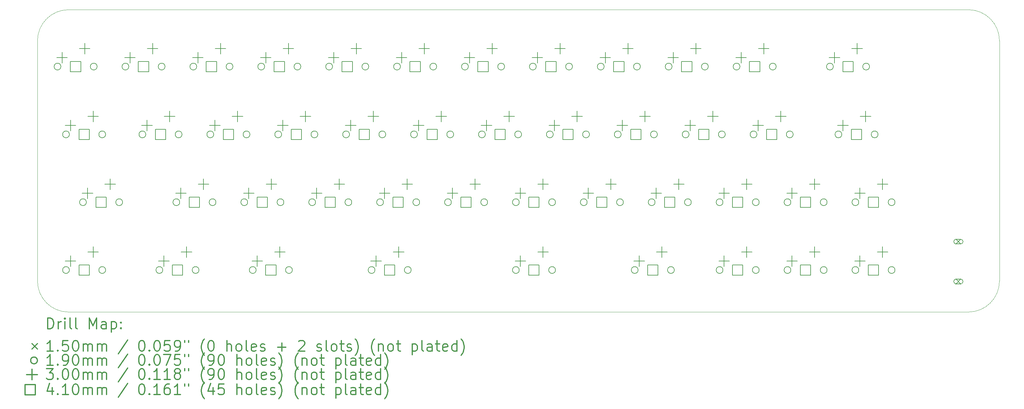
<source format=gbr>
%FSLAX45Y45*%
G04 Gerber Fmt 4.5, Leading zero omitted, Abs format (unit mm)*
G04 Created by KiCad (PCBNEW (5.1.5)-3) date 2021-08-08 16:52:43*
%MOMM*%
%LPD*%
G04 APERTURE LIST*
%TA.AperFunction,Profile*%
%ADD10C,0.050000*%
%TD*%
%ADD11C,0.200000*%
%ADD12C,0.300000*%
G04 APERTURE END LIST*
D10*
X5000625Y-1984375D02*
X2222500Y-1984375D01*
X14208125Y-1984375D02*
X5000625Y-1984375D01*
X19764375Y-1984375D02*
X14208125Y-1984375D01*
X24209375Y-1984375D02*
X19764375Y-1984375D01*
X27463750Y-1984375D02*
X24209375Y-1984375D01*
X1349375Y-2857500D02*
G75*
G02X2222500Y-1984375I873125J0D01*
G01*
X27463750Y-1984375D02*
G75*
G02X28336875Y-2857500I0J-873125D01*
G01*
X28336875Y-9604375D02*
X28336875Y-2857500D01*
X1349375Y-9604375D02*
X1349375Y-2857500D01*
X2222500Y-10477500D02*
X27463750Y-10477500D01*
X2222500Y-10477500D02*
G75*
G02X1349375Y-9604375I0J873125D01*
G01*
X28336875Y-9604375D02*
G75*
G02X27463750Y-10477500I-873125J0D01*
G01*
D11*
X27109350Y-8423275D02*
X27259350Y-8573275D01*
X27259350Y-8423275D02*
X27109350Y-8573275D01*
X27119350Y-8563275D02*
X27249350Y-8563275D01*
X27119350Y-8433275D02*
X27249350Y-8433275D01*
X27249350Y-8563275D02*
G75*
G03X27249350Y-8433275I0J65000D01*
G01*
X27119350Y-8433275D02*
G75*
G03X27119350Y-8563275I0J-65000D01*
G01*
X27109350Y-9543275D02*
X27259350Y-9693275D01*
X27259350Y-9543275D02*
X27109350Y-9693275D01*
X27119350Y-9683275D02*
X27249350Y-9683275D01*
X27119350Y-9553275D02*
X27249350Y-9553275D01*
X27249350Y-9683275D02*
G75*
G03X27249350Y-9553275I0J65000D01*
G01*
X27119350Y-9553275D02*
G75*
G03X27119350Y-9683275I0J-65000D01*
G01*
X8197600Y-5486400D02*
G75*
G03X8197600Y-5486400I-95000J0D01*
G01*
X9213600Y-5486400D02*
G75*
G03X9213600Y-5486400I-95000J0D01*
G01*
X10102600Y-5486400D02*
G75*
G03X10102600Y-5486400I-95000J0D01*
G01*
X11118600Y-5486400D02*
G75*
G03X11118600Y-5486400I-95000J0D01*
G01*
X4863850Y-9296400D02*
G75*
G03X4863850Y-9296400I-95000J0D01*
G01*
X5879850Y-9296400D02*
G75*
G03X5879850Y-9296400I-95000J0D01*
G01*
X18675100Y-7391400D02*
G75*
G03X18675100Y-7391400I-95000J0D01*
G01*
X19691100Y-7391400D02*
G75*
G03X19691100Y-7391400I-95000J0D01*
G01*
X13912600Y-5486400D02*
G75*
G03X13912600Y-5486400I-95000J0D01*
G01*
X14928600Y-5486400D02*
G75*
G03X14928600Y-5486400I-95000J0D01*
G01*
X13436350Y-3581400D02*
G75*
G03X13436350Y-3581400I-95000J0D01*
G01*
X14452350Y-3581400D02*
G75*
G03X14452350Y-3581400I-95000J0D01*
G01*
X9150100Y-7391400D02*
G75*
G03X9150100Y-7391400I-95000J0D01*
G01*
X10166100Y-7391400D02*
G75*
G03X10166100Y-7391400I-95000J0D01*
G01*
X18198850Y-9296400D02*
G75*
G03X18198850Y-9296400I-95000J0D01*
G01*
X19214850Y-9296400D02*
G75*
G03X19214850Y-9296400I-95000J0D01*
G01*
X21532600Y-5486400D02*
G75*
G03X21532600Y-5486400I-95000J0D01*
G01*
X22548600Y-5486400D02*
G75*
G03X22548600Y-5486400I-95000J0D01*
G01*
X14865100Y-7391400D02*
G75*
G03X14865100Y-7391400I-95000J0D01*
G01*
X15881100Y-7391400D02*
G75*
G03X15881100Y-7391400I-95000J0D01*
G01*
X12007600Y-5486400D02*
G75*
G03X12007600Y-5486400I-95000J0D01*
G01*
X13023600Y-5486400D02*
G75*
G03X13023600Y-5486400I-95000J0D01*
G01*
X15341350Y-3581400D02*
G75*
G03X15341350Y-3581400I-95000J0D01*
G01*
X16357350Y-3581400D02*
G75*
G03X16357350Y-3581400I-95000J0D01*
G01*
X2244475Y-5486400D02*
G75*
G03X2244475Y-5486400I-95000J0D01*
G01*
X3260475Y-5486400D02*
G75*
G03X3260475Y-5486400I-95000J0D01*
G01*
X3911350Y-3581400D02*
G75*
G03X3911350Y-3581400I-95000J0D01*
G01*
X4927350Y-3581400D02*
G75*
G03X4927350Y-3581400I-95000J0D01*
G01*
X24390100Y-7391400D02*
G75*
G03X24390100Y-7391400I-95000J0D01*
G01*
X25406100Y-7391400D02*
G75*
G03X25406100Y-7391400I-95000J0D01*
G01*
X16770100Y-7391400D02*
G75*
G03X16770100Y-7391400I-95000J0D01*
G01*
X17786100Y-7391400D02*
G75*
G03X17786100Y-7391400I-95000J0D01*
G01*
X19151350Y-3581400D02*
G75*
G03X19151350Y-3581400I-95000J0D01*
G01*
X20167350Y-3581400D02*
G75*
G03X20167350Y-3581400I-95000J0D01*
G01*
X19627600Y-5486400D02*
G75*
G03X19627600Y-5486400I-95000J0D01*
G01*
X20643600Y-5486400D02*
G75*
G03X20643600Y-5486400I-95000J0D01*
G01*
X5340100Y-7391400D02*
G75*
G03X5340100Y-7391400I-95000J0D01*
G01*
X6356100Y-7391400D02*
G75*
G03X6356100Y-7391400I-95000J0D01*
G01*
X23913850Y-5486400D02*
G75*
G03X23913850Y-5486400I-95000J0D01*
G01*
X24929850Y-5486400D02*
G75*
G03X24929850Y-5486400I-95000J0D01*
G01*
X22485100Y-7391400D02*
G75*
G03X22485100Y-7391400I-95000J0D01*
G01*
X23501100Y-7391400D02*
G75*
G03X23501100Y-7391400I-95000J0D01*
G01*
X17722600Y-5486400D02*
G75*
G03X17722600Y-5486400I-95000J0D01*
G01*
X18738600Y-5486400D02*
G75*
G03X18738600Y-5486400I-95000J0D01*
G01*
X20580100Y-9296400D02*
G75*
G03X20580100Y-9296400I-95000J0D01*
G01*
X21596100Y-9296400D02*
G75*
G03X21596100Y-9296400I-95000J0D01*
G01*
X20580100Y-7391400D02*
G75*
G03X20580100Y-7391400I-95000J0D01*
G01*
X21596100Y-7391400D02*
G75*
G03X21596100Y-7391400I-95000J0D01*
G01*
X6292600Y-5486400D02*
G75*
G03X6292600Y-5486400I-95000J0D01*
G01*
X7308600Y-5486400D02*
G75*
G03X7308600Y-5486400I-95000J0D01*
G01*
X7245100Y-7391400D02*
G75*
G03X7245100Y-7391400I-95000J0D01*
G01*
X8261100Y-7391400D02*
G75*
G03X8261100Y-7391400I-95000J0D01*
G01*
X23675725Y-3581400D02*
G75*
G03X23675725Y-3581400I-95000J0D01*
G01*
X24691725Y-3581400D02*
G75*
G03X24691725Y-3581400I-95000J0D01*
G01*
X14865100Y-9296400D02*
G75*
G03X14865100Y-9296400I-95000J0D01*
G01*
X15881100Y-9296400D02*
G75*
G03X15881100Y-9296400I-95000J0D01*
G01*
X22485100Y-9296400D02*
G75*
G03X22485100Y-9296400I-95000J0D01*
G01*
X23501100Y-9296400D02*
G75*
G03X23501100Y-9296400I-95000J0D01*
G01*
X24390100Y-9296400D02*
G75*
G03X24390100Y-9296400I-95000J0D01*
G01*
X25406100Y-9296400D02*
G75*
G03X25406100Y-9296400I-95000J0D01*
G01*
X17246350Y-3581400D02*
G75*
G03X17246350Y-3581400I-95000J0D01*
G01*
X18262350Y-3581400D02*
G75*
G03X18262350Y-3581400I-95000J0D01*
G01*
X21056350Y-3581400D02*
G75*
G03X21056350Y-3581400I-95000J0D01*
G01*
X22072350Y-3581400D02*
G75*
G03X22072350Y-3581400I-95000J0D01*
G01*
X9626350Y-3581400D02*
G75*
G03X9626350Y-3581400I-95000J0D01*
G01*
X10642350Y-3581400D02*
G75*
G03X10642350Y-3581400I-95000J0D01*
G01*
X2006350Y-3581400D02*
G75*
G03X2006350Y-3581400I-95000J0D01*
G01*
X3022350Y-3581400D02*
G75*
G03X3022350Y-3581400I-95000J0D01*
G01*
X5816350Y-3581400D02*
G75*
G03X5816350Y-3581400I-95000J0D01*
G01*
X6832350Y-3581400D02*
G75*
G03X6832350Y-3581400I-95000J0D01*
G01*
X10816975Y-9296400D02*
G75*
G03X10816975Y-9296400I-95000J0D01*
G01*
X11832975Y-9296400D02*
G75*
G03X11832975Y-9296400I-95000J0D01*
G01*
X7483225Y-9296400D02*
G75*
G03X7483225Y-9296400I-95000J0D01*
G01*
X8499225Y-9296400D02*
G75*
G03X8499225Y-9296400I-95000J0D01*
G01*
X11055100Y-7391400D02*
G75*
G03X11055100Y-7391400I-95000J0D01*
G01*
X12071100Y-7391400D02*
G75*
G03X12071100Y-7391400I-95000J0D01*
G01*
X12960100Y-7391400D02*
G75*
G03X12960100Y-7391400I-95000J0D01*
G01*
X13976100Y-7391400D02*
G75*
G03X13976100Y-7391400I-95000J0D01*
G01*
X4387600Y-5486400D02*
G75*
G03X4387600Y-5486400I-95000J0D01*
G01*
X5403600Y-5486400D02*
G75*
G03X5403600Y-5486400I-95000J0D01*
G01*
X7721350Y-3581400D02*
G75*
G03X7721350Y-3581400I-95000J0D01*
G01*
X8737350Y-3581400D02*
G75*
G03X8737350Y-3581400I-95000J0D01*
G01*
X2244475Y-9296400D02*
G75*
G03X2244475Y-9296400I-95000J0D01*
G01*
X3260475Y-9296400D02*
G75*
G03X3260475Y-9296400I-95000J0D01*
G01*
X11531350Y-3581400D02*
G75*
G03X11531350Y-3581400I-95000J0D01*
G01*
X12547350Y-3581400D02*
G75*
G03X12547350Y-3581400I-95000J0D01*
G01*
X15817600Y-5486400D02*
G75*
G03X15817600Y-5486400I-95000J0D01*
G01*
X16833600Y-5486400D02*
G75*
G03X16833600Y-5486400I-95000J0D01*
G01*
X2720725Y-7391400D02*
G75*
G03X2720725Y-7391400I-95000J0D01*
G01*
X3736725Y-7391400D02*
G75*
G03X3736725Y-7391400I-95000J0D01*
G01*
X18230850Y-8892400D02*
X18230850Y-9192400D01*
X18080850Y-9042400D02*
X18380850Y-9042400D01*
X18865850Y-8638400D02*
X18865850Y-8938400D01*
X18715850Y-8788400D02*
X19015850Y-8788400D01*
X21564600Y-5082400D02*
X21564600Y-5382400D01*
X21414600Y-5232400D02*
X21714600Y-5232400D01*
X22199600Y-4828400D02*
X22199600Y-5128400D01*
X22049600Y-4978400D02*
X22349600Y-4978400D01*
X14897100Y-6987400D02*
X14897100Y-7287400D01*
X14747100Y-7137400D02*
X15047100Y-7137400D01*
X15532100Y-6733400D02*
X15532100Y-7033400D01*
X15382100Y-6883400D02*
X15682100Y-6883400D01*
X12039600Y-5082400D02*
X12039600Y-5382400D01*
X11889600Y-5232400D02*
X12189600Y-5232400D01*
X12674600Y-4828400D02*
X12674600Y-5128400D01*
X12524600Y-4978400D02*
X12824600Y-4978400D01*
X15373350Y-3177400D02*
X15373350Y-3477400D01*
X15223350Y-3327400D02*
X15523350Y-3327400D01*
X16008350Y-2923400D02*
X16008350Y-3223400D01*
X15858350Y-3073400D02*
X16158350Y-3073400D01*
X2276475Y-5082400D02*
X2276475Y-5382400D01*
X2126475Y-5232400D02*
X2426475Y-5232400D01*
X2911475Y-4828400D02*
X2911475Y-5128400D01*
X2761475Y-4978400D02*
X3061475Y-4978400D01*
X3943350Y-3177400D02*
X3943350Y-3477400D01*
X3793350Y-3327400D02*
X4093350Y-3327400D01*
X4578350Y-2923400D02*
X4578350Y-3223400D01*
X4428350Y-3073400D02*
X4728350Y-3073400D01*
X24422100Y-6987400D02*
X24422100Y-7287400D01*
X24272100Y-7137400D02*
X24572100Y-7137400D01*
X25057100Y-6733400D02*
X25057100Y-7033400D01*
X24907100Y-6883400D02*
X25207100Y-6883400D01*
X16802100Y-6987400D02*
X16802100Y-7287400D01*
X16652100Y-7137400D02*
X16952100Y-7137400D01*
X17437100Y-6733400D02*
X17437100Y-7033400D01*
X17287100Y-6883400D02*
X17587100Y-6883400D01*
X19183350Y-3177400D02*
X19183350Y-3477400D01*
X19033350Y-3327400D02*
X19333350Y-3327400D01*
X19818350Y-2923400D02*
X19818350Y-3223400D01*
X19668350Y-3073400D02*
X19968350Y-3073400D01*
X19659600Y-5082400D02*
X19659600Y-5382400D01*
X19509600Y-5232400D02*
X19809600Y-5232400D01*
X20294600Y-4828400D02*
X20294600Y-5128400D01*
X20144600Y-4978400D02*
X20444600Y-4978400D01*
X5372100Y-6987400D02*
X5372100Y-7287400D01*
X5222100Y-7137400D02*
X5522100Y-7137400D01*
X6007100Y-6733400D02*
X6007100Y-7033400D01*
X5857100Y-6883400D02*
X6157100Y-6883400D01*
X23945850Y-5082400D02*
X23945850Y-5382400D01*
X23795850Y-5232400D02*
X24095850Y-5232400D01*
X24580850Y-4828400D02*
X24580850Y-5128400D01*
X24430850Y-4978400D02*
X24730850Y-4978400D01*
X22517100Y-6987400D02*
X22517100Y-7287400D01*
X22367100Y-7137400D02*
X22667100Y-7137400D01*
X23152100Y-6733400D02*
X23152100Y-7033400D01*
X23002100Y-6883400D02*
X23302100Y-6883400D01*
X17754600Y-5082400D02*
X17754600Y-5382400D01*
X17604600Y-5232400D02*
X17904600Y-5232400D01*
X18389600Y-4828400D02*
X18389600Y-5128400D01*
X18239600Y-4978400D02*
X18539600Y-4978400D01*
X20612100Y-8892400D02*
X20612100Y-9192400D01*
X20462100Y-9042400D02*
X20762100Y-9042400D01*
X21247100Y-8638400D02*
X21247100Y-8938400D01*
X21097100Y-8788400D02*
X21397100Y-8788400D01*
X20612100Y-6987400D02*
X20612100Y-7287400D01*
X20462100Y-7137400D02*
X20762100Y-7137400D01*
X21247100Y-6733400D02*
X21247100Y-7033400D01*
X21097100Y-6883400D02*
X21397100Y-6883400D01*
X6324600Y-5082400D02*
X6324600Y-5382400D01*
X6174600Y-5232400D02*
X6474600Y-5232400D01*
X6959600Y-4828400D02*
X6959600Y-5128400D01*
X6809600Y-4978400D02*
X7109600Y-4978400D01*
X7277100Y-6987400D02*
X7277100Y-7287400D01*
X7127100Y-7137400D02*
X7427100Y-7137400D01*
X7912100Y-6733400D02*
X7912100Y-7033400D01*
X7762100Y-6883400D02*
X8062100Y-6883400D01*
X23707725Y-3177400D02*
X23707725Y-3477400D01*
X23557725Y-3327400D02*
X23857725Y-3327400D01*
X24342725Y-2923400D02*
X24342725Y-3223400D01*
X24192725Y-3073400D02*
X24492725Y-3073400D01*
X14897100Y-8892400D02*
X14897100Y-9192400D01*
X14747100Y-9042400D02*
X15047100Y-9042400D01*
X15532100Y-8638400D02*
X15532100Y-8938400D01*
X15382100Y-8788400D02*
X15682100Y-8788400D01*
X22517100Y-8892400D02*
X22517100Y-9192400D01*
X22367100Y-9042400D02*
X22667100Y-9042400D01*
X23152100Y-8638400D02*
X23152100Y-8938400D01*
X23002100Y-8788400D02*
X23302100Y-8788400D01*
X24422100Y-8892400D02*
X24422100Y-9192400D01*
X24272100Y-9042400D02*
X24572100Y-9042400D01*
X25057100Y-8638400D02*
X25057100Y-8938400D01*
X24907100Y-8788400D02*
X25207100Y-8788400D01*
X17278350Y-3177400D02*
X17278350Y-3477400D01*
X17128350Y-3327400D02*
X17428350Y-3327400D01*
X17913350Y-2923400D02*
X17913350Y-3223400D01*
X17763350Y-3073400D02*
X18063350Y-3073400D01*
X21088350Y-3177400D02*
X21088350Y-3477400D01*
X20938350Y-3327400D02*
X21238350Y-3327400D01*
X21723350Y-2923400D02*
X21723350Y-3223400D01*
X21573350Y-3073400D02*
X21873350Y-3073400D01*
X9658350Y-3177400D02*
X9658350Y-3477400D01*
X9508350Y-3327400D02*
X9808350Y-3327400D01*
X10293350Y-2923400D02*
X10293350Y-3223400D01*
X10143350Y-3073400D02*
X10443350Y-3073400D01*
X2038350Y-3177400D02*
X2038350Y-3477400D01*
X1888350Y-3327400D02*
X2188350Y-3327400D01*
X2673350Y-2923400D02*
X2673350Y-3223400D01*
X2523350Y-3073400D02*
X2823350Y-3073400D01*
X5848350Y-3177400D02*
X5848350Y-3477400D01*
X5698350Y-3327400D02*
X5998350Y-3327400D01*
X6483350Y-2923400D02*
X6483350Y-3223400D01*
X6333350Y-3073400D02*
X6633350Y-3073400D01*
X10848975Y-8892400D02*
X10848975Y-9192400D01*
X10698975Y-9042400D02*
X10998975Y-9042400D01*
X11483975Y-8638400D02*
X11483975Y-8938400D01*
X11333975Y-8788400D02*
X11633975Y-8788400D01*
X7515225Y-8892400D02*
X7515225Y-9192400D01*
X7365225Y-9042400D02*
X7665225Y-9042400D01*
X8150225Y-8638400D02*
X8150225Y-8938400D01*
X8000225Y-8788400D02*
X8300225Y-8788400D01*
X11087100Y-6987400D02*
X11087100Y-7287400D01*
X10937100Y-7137400D02*
X11237100Y-7137400D01*
X11722100Y-6733400D02*
X11722100Y-7033400D01*
X11572100Y-6883400D02*
X11872100Y-6883400D01*
X12992100Y-6987400D02*
X12992100Y-7287400D01*
X12842100Y-7137400D02*
X13142100Y-7137400D01*
X13627100Y-6733400D02*
X13627100Y-7033400D01*
X13477100Y-6883400D02*
X13777100Y-6883400D01*
X4419600Y-5082400D02*
X4419600Y-5382400D01*
X4269600Y-5232400D02*
X4569600Y-5232400D01*
X5054600Y-4828400D02*
X5054600Y-5128400D01*
X4904600Y-4978400D02*
X5204600Y-4978400D01*
X7753350Y-3177400D02*
X7753350Y-3477400D01*
X7603350Y-3327400D02*
X7903350Y-3327400D01*
X8388350Y-2923400D02*
X8388350Y-3223400D01*
X8238350Y-3073400D02*
X8538350Y-3073400D01*
X2276475Y-8892400D02*
X2276475Y-9192400D01*
X2126475Y-9042400D02*
X2426475Y-9042400D01*
X2911475Y-8638400D02*
X2911475Y-8938400D01*
X2761475Y-8788400D02*
X3061475Y-8788400D01*
X11563350Y-3177400D02*
X11563350Y-3477400D01*
X11413350Y-3327400D02*
X11713350Y-3327400D01*
X12198350Y-2923400D02*
X12198350Y-3223400D01*
X12048350Y-3073400D02*
X12348350Y-3073400D01*
X15849600Y-5082400D02*
X15849600Y-5382400D01*
X15699600Y-5232400D02*
X15999600Y-5232400D01*
X16484600Y-4828400D02*
X16484600Y-5128400D01*
X16334600Y-4978400D02*
X16634600Y-4978400D01*
X2752725Y-6987400D02*
X2752725Y-7287400D01*
X2602725Y-7137400D02*
X2902725Y-7137400D01*
X3387725Y-6733400D02*
X3387725Y-7033400D01*
X3237725Y-6883400D02*
X3537725Y-6883400D01*
X8229600Y-5082400D02*
X8229600Y-5382400D01*
X8079600Y-5232400D02*
X8379600Y-5232400D01*
X8864600Y-4828400D02*
X8864600Y-5128400D01*
X8714600Y-4978400D02*
X9014600Y-4978400D01*
X10134600Y-5082400D02*
X10134600Y-5382400D01*
X9984600Y-5232400D02*
X10284600Y-5232400D01*
X10769600Y-4828400D02*
X10769600Y-5128400D01*
X10619600Y-4978400D02*
X10919600Y-4978400D01*
X4895850Y-8892400D02*
X4895850Y-9192400D01*
X4745850Y-9042400D02*
X5045850Y-9042400D01*
X5530850Y-8638400D02*
X5530850Y-8938400D01*
X5380850Y-8788400D02*
X5680850Y-8788400D01*
X18707100Y-6987400D02*
X18707100Y-7287400D01*
X18557100Y-7137400D02*
X18857100Y-7137400D01*
X19342100Y-6733400D02*
X19342100Y-7033400D01*
X19192100Y-6883400D02*
X19492100Y-6883400D01*
X13944600Y-5082400D02*
X13944600Y-5382400D01*
X13794600Y-5232400D02*
X14094600Y-5232400D01*
X14579600Y-4828400D02*
X14579600Y-5128400D01*
X14429600Y-4978400D02*
X14729600Y-4978400D01*
X13468350Y-3177400D02*
X13468350Y-3477400D01*
X13318350Y-3327400D02*
X13618350Y-3327400D01*
X14103350Y-2923400D02*
X14103350Y-3223400D01*
X13953350Y-3073400D02*
X14253350Y-3073400D01*
X9182100Y-6987400D02*
X9182100Y-7287400D01*
X9032100Y-7137400D02*
X9332100Y-7137400D01*
X9817100Y-6733400D02*
X9817100Y-7033400D01*
X9667100Y-6883400D02*
X9967100Y-6883400D01*
X15423058Y-7536358D02*
X15423058Y-7246442D01*
X15133142Y-7246442D01*
X15133142Y-7536358D01*
X15423058Y-7536358D01*
X12565558Y-5631358D02*
X12565558Y-5341442D01*
X12275642Y-5341442D01*
X12275642Y-5631358D01*
X12565558Y-5631358D01*
X15899308Y-3726358D02*
X15899308Y-3436442D01*
X15609392Y-3436442D01*
X15609392Y-3726358D01*
X15899308Y-3726358D01*
X2802433Y-5631358D02*
X2802433Y-5341442D01*
X2512517Y-5341442D01*
X2512517Y-5631358D01*
X2802433Y-5631358D01*
X4469308Y-3726358D02*
X4469308Y-3436442D01*
X4179392Y-3436442D01*
X4179392Y-3726358D01*
X4469308Y-3726358D01*
X24948058Y-7536358D02*
X24948058Y-7246442D01*
X24658142Y-7246442D01*
X24658142Y-7536358D01*
X24948058Y-7536358D01*
X17328058Y-7536358D02*
X17328058Y-7246442D01*
X17038142Y-7246442D01*
X17038142Y-7536358D01*
X17328058Y-7536358D01*
X19709308Y-3726358D02*
X19709308Y-3436442D01*
X19419392Y-3436442D01*
X19419392Y-3726358D01*
X19709308Y-3726358D01*
X20185558Y-5631358D02*
X20185558Y-5341442D01*
X19895642Y-5341442D01*
X19895642Y-5631358D01*
X20185558Y-5631358D01*
X5898058Y-7536358D02*
X5898058Y-7246442D01*
X5608142Y-7246442D01*
X5608142Y-7536358D01*
X5898058Y-7536358D01*
X24471808Y-5631358D02*
X24471808Y-5341442D01*
X24181892Y-5341442D01*
X24181892Y-5631358D01*
X24471808Y-5631358D01*
X23043058Y-7536358D02*
X23043058Y-7246442D01*
X22753142Y-7246442D01*
X22753142Y-7536358D01*
X23043058Y-7536358D01*
X18280558Y-5631358D02*
X18280558Y-5341442D01*
X17990642Y-5341442D01*
X17990642Y-5631358D01*
X18280558Y-5631358D01*
X21138058Y-9441358D02*
X21138058Y-9151442D01*
X20848142Y-9151442D01*
X20848142Y-9441358D01*
X21138058Y-9441358D01*
X21138058Y-7536358D02*
X21138058Y-7246442D01*
X20848142Y-7246442D01*
X20848142Y-7536358D01*
X21138058Y-7536358D01*
X6850558Y-5631358D02*
X6850558Y-5341442D01*
X6560642Y-5341442D01*
X6560642Y-5631358D01*
X6850558Y-5631358D01*
X7803058Y-7536358D02*
X7803058Y-7246442D01*
X7513142Y-7246442D01*
X7513142Y-7536358D01*
X7803058Y-7536358D01*
X24233683Y-3726358D02*
X24233683Y-3436442D01*
X23943767Y-3436442D01*
X23943767Y-3726358D01*
X24233683Y-3726358D01*
X15423058Y-9441358D02*
X15423058Y-9151442D01*
X15133142Y-9151442D01*
X15133142Y-9441358D01*
X15423058Y-9441358D01*
X23043058Y-9441358D02*
X23043058Y-9151442D01*
X22753142Y-9151442D01*
X22753142Y-9441358D01*
X23043058Y-9441358D01*
X24948058Y-9441358D02*
X24948058Y-9151442D01*
X24658142Y-9151442D01*
X24658142Y-9441358D01*
X24948058Y-9441358D01*
X17804308Y-3726358D02*
X17804308Y-3436442D01*
X17514392Y-3436442D01*
X17514392Y-3726358D01*
X17804308Y-3726358D01*
X21614308Y-3726358D02*
X21614308Y-3436442D01*
X21324392Y-3436442D01*
X21324392Y-3726358D01*
X21614308Y-3726358D01*
X10184308Y-3726358D02*
X10184308Y-3436442D01*
X9894392Y-3436442D01*
X9894392Y-3726358D01*
X10184308Y-3726358D01*
X2564308Y-3726358D02*
X2564308Y-3436442D01*
X2274392Y-3436442D01*
X2274392Y-3726358D01*
X2564308Y-3726358D01*
X6374308Y-3726358D02*
X6374308Y-3436442D01*
X6084392Y-3436442D01*
X6084392Y-3726358D01*
X6374308Y-3726358D01*
X11374933Y-9441358D02*
X11374933Y-9151442D01*
X11085017Y-9151442D01*
X11085017Y-9441358D01*
X11374933Y-9441358D01*
X8041183Y-9441358D02*
X8041183Y-9151442D01*
X7751267Y-9151442D01*
X7751267Y-9441358D01*
X8041183Y-9441358D01*
X11613058Y-7536358D02*
X11613058Y-7246442D01*
X11323142Y-7246442D01*
X11323142Y-7536358D01*
X11613058Y-7536358D01*
X13518058Y-7536358D02*
X13518058Y-7246442D01*
X13228142Y-7246442D01*
X13228142Y-7536358D01*
X13518058Y-7536358D01*
X4945558Y-5631358D02*
X4945558Y-5341442D01*
X4655642Y-5341442D01*
X4655642Y-5631358D01*
X4945558Y-5631358D01*
X8279308Y-3726358D02*
X8279308Y-3436442D01*
X7989392Y-3436442D01*
X7989392Y-3726358D01*
X8279308Y-3726358D01*
X2802433Y-9441358D02*
X2802433Y-9151442D01*
X2512517Y-9151442D01*
X2512517Y-9441358D01*
X2802433Y-9441358D01*
X12089308Y-3726358D02*
X12089308Y-3436442D01*
X11799392Y-3436442D01*
X11799392Y-3726358D01*
X12089308Y-3726358D01*
X16375558Y-5631358D02*
X16375558Y-5341442D01*
X16085642Y-5341442D01*
X16085642Y-5631358D01*
X16375558Y-5631358D01*
X3278683Y-7536358D02*
X3278683Y-7246442D01*
X2988767Y-7246442D01*
X2988767Y-7536358D01*
X3278683Y-7536358D01*
X8755558Y-5631358D02*
X8755558Y-5341442D01*
X8465642Y-5341442D01*
X8465642Y-5631358D01*
X8755558Y-5631358D01*
X10660558Y-5631358D02*
X10660558Y-5341442D01*
X10370642Y-5341442D01*
X10370642Y-5631358D01*
X10660558Y-5631358D01*
X5421808Y-9441358D02*
X5421808Y-9151442D01*
X5131892Y-9151442D01*
X5131892Y-9441358D01*
X5421808Y-9441358D01*
X19233058Y-7536358D02*
X19233058Y-7246442D01*
X18943142Y-7246442D01*
X18943142Y-7536358D01*
X19233058Y-7536358D01*
X14470558Y-5631358D02*
X14470558Y-5341442D01*
X14180642Y-5341442D01*
X14180642Y-5631358D01*
X14470558Y-5631358D01*
X13994308Y-3726358D02*
X13994308Y-3436442D01*
X13704392Y-3436442D01*
X13704392Y-3726358D01*
X13994308Y-3726358D01*
X9708058Y-7536358D02*
X9708058Y-7246442D01*
X9418142Y-7246442D01*
X9418142Y-7536358D01*
X9708058Y-7536358D01*
X18756808Y-9441358D02*
X18756808Y-9151442D01*
X18466892Y-9151442D01*
X18466892Y-9441358D01*
X18756808Y-9441358D01*
X22090558Y-5631358D02*
X22090558Y-5341442D01*
X21800642Y-5341442D01*
X21800642Y-5631358D01*
X22090558Y-5631358D01*
D12*
X1633303Y-10945714D02*
X1633303Y-10645714D01*
X1704732Y-10645714D01*
X1747589Y-10660000D01*
X1776161Y-10688572D01*
X1790446Y-10717143D01*
X1804732Y-10774286D01*
X1804732Y-10817143D01*
X1790446Y-10874286D01*
X1776161Y-10902857D01*
X1747589Y-10931429D01*
X1704732Y-10945714D01*
X1633303Y-10945714D01*
X1933303Y-10945714D02*
X1933303Y-10745714D01*
X1933303Y-10802857D02*
X1947589Y-10774286D01*
X1961875Y-10760000D01*
X1990446Y-10745714D01*
X2019018Y-10745714D01*
X2119018Y-10945714D02*
X2119018Y-10745714D01*
X2119018Y-10645714D02*
X2104732Y-10660000D01*
X2119018Y-10674286D01*
X2133303Y-10660000D01*
X2119018Y-10645714D01*
X2119018Y-10674286D01*
X2304732Y-10945714D02*
X2276161Y-10931429D01*
X2261875Y-10902857D01*
X2261875Y-10645714D01*
X2461875Y-10945714D02*
X2433303Y-10931429D01*
X2419018Y-10902857D01*
X2419018Y-10645714D01*
X2804732Y-10945714D02*
X2804732Y-10645714D01*
X2904732Y-10860000D01*
X3004732Y-10645714D01*
X3004732Y-10945714D01*
X3276161Y-10945714D02*
X3276161Y-10788572D01*
X3261875Y-10760000D01*
X3233303Y-10745714D01*
X3176161Y-10745714D01*
X3147589Y-10760000D01*
X3276161Y-10931429D02*
X3247589Y-10945714D01*
X3176161Y-10945714D01*
X3147589Y-10931429D01*
X3133303Y-10902857D01*
X3133303Y-10874286D01*
X3147589Y-10845714D01*
X3176161Y-10831429D01*
X3247589Y-10831429D01*
X3276161Y-10817143D01*
X3419018Y-10745714D02*
X3419018Y-11045714D01*
X3419018Y-10760000D02*
X3447589Y-10745714D01*
X3504732Y-10745714D01*
X3533303Y-10760000D01*
X3547589Y-10774286D01*
X3561875Y-10802857D01*
X3561875Y-10888572D01*
X3547589Y-10917143D01*
X3533303Y-10931429D01*
X3504732Y-10945714D01*
X3447589Y-10945714D01*
X3419018Y-10931429D01*
X3690446Y-10917143D02*
X3704732Y-10931429D01*
X3690446Y-10945714D01*
X3676161Y-10931429D01*
X3690446Y-10917143D01*
X3690446Y-10945714D01*
X3690446Y-10760000D02*
X3704732Y-10774286D01*
X3690446Y-10788572D01*
X3676161Y-10774286D01*
X3690446Y-10760000D01*
X3690446Y-10788572D01*
X1196875Y-11365000D02*
X1346875Y-11515000D01*
X1346875Y-11365000D02*
X1196875Y-11515000D01*
X1790446Y-11575714D02*
X1619018Y-11575714D01*
X1704732Y-11575714D02*
X1704732Y-11275714D01*
X1676161Y-11318571D01*
X1647589Y-11347143D01*
X1619018Y-11361429D01*
X1919018Y-11547143D02*
X1933303Y-11561429D01*
X1919018Y-11575714D01*
X1904732Y-11561429D01*
X1919018Y-11547143D01*
X1919018Y-11575714D01*
X2204732Y-11275714D02*
X2061875Y-11275714D01*
X2047589Y-11418571D01*
X2061875Y-11404286D01*
X2090446Y-11390000D01*
X2161875Y-11390000D01*
X2190446Y-11404286D01*
X2204732Y-11418571D01*
X2219018Y-11447143D01*
X2219018Y-11518571D01*
X2204732Y-11547143D01*
X2190446Y-11561429D01*
X2161875Y-11575714D01*
X2090446Y-11575714D01*
X2061875Y-11561429D01*
X2047589Y-11547143D01*
X2404732Y-11275714D02*
X2433303Y-11275714D01*
X2461875Y-11290000D01*
X2476161Y-11304286D01*
X2490446Y-11332857D01*
X2504732Y-11390000D01*
X2504732Y-11461429D01*
X2490446Y-11518571D01*
X2476161Y-11547143D01*
X2461875Y-11561429D01*
X2433303Y-11575714D01*
X2404732Y-11575714D01*
X2376161Y-11561429D01*
X2361875Y-11547143D01*
X2347589Y-11518571D01*
X2333303Y-11461429D01*
X2333303Y-11390000D01*
X2347589Y-11332857D01*
X2361875Y-11304286D01*
X2376161Y-11290000D01*
X2404732Y-11275714D01*
X2633303Y-11575714D02*
X2633303Y-11375714D01*
X2633303Y-11404286D02*
X2647589Y-11390000D01*
X2676161Y-11375714D01*
X2719018Y-11375714D01*
X2747589Y-11390000D01*
X2761875Y-11418571D01*
X2761875Y-11575714D01*
X2761875Y-11418571D02*
X2776161Y-11390000D01*
X2804732Y-11375714D01*
X2847589Y-11375714D01*
X2876161Y-11390000D01*
X2890446Y-11418571D01*
X2890446Y-11575714D01*
X3033303Y-11575714D02*
X3033303Y-11375714D01*
X3033303Y-11404286D02*
X3047589Y-11390000D01*
X3076161Y-11375714D01*
X3119018Y-11375714D01*
X3147589Y-11390000D01*
X3161875Y-11418571D01*
X3161875Y-11575714D01*
X3161875Y-11418571D02*
X3176161Y-11390000D01*
X3204732Y-11375714D01*
X3247589Y-11375714D01*
X3276161Y-11390000D01*
X3290446Y-11418571D01*
X3290446Y-11575714D01*
X3876161Y-11261429D02*
X3619018Y-11647143D01*
X4261875Y-11275714D02*
X4290446Y-11275714D01*
X4319018Y-11290000D01*
X4333303Y-11304286D01*
X4347589Y-11332857D01*
X4361875Y-11390000D01*
X4361875Y-11461429D01*
X4347589Y-11518571D01*
X4333303Y-11547143D01*
X4319018Y-11561429D01*
X4290446Y-11575714D01*
X4261875Y-11575714D01*
X4233303Y-11561429D01*
X4219018Y-11547143D01*
X4204732Y-11518571D01*
X4190446Y-11461429D01*
X4190446Y-11390000D01*
X4204732Y-11332857D01*
X4219018Y-11304286D01*
X4233303Y-11290000D01*
X4261875Y-11275714D01*
X4490446Y-11547143D02*
X4504732Y-11561429D01*
X4490446Y-11575714D01*
X4476161Y-11561429D01*
X4490446Y-11547143D01*
X4490446Y-11575714D01*
X4690446Y-11275714D02*
X4719018Y-11275714D01*
X4747589Y-11290000D01*
X4761875Y-11304286D01*
X4776161Y-11332857D01*
X4790446Y-11390000D01*
X4790446Y-11461429D01*
X4776161Y-11518571D01*
X4761875Y-11547143D01*
X4747589Y-11561429D01*
X4719018Y-11575714D01*
X4690446Y-11575714D01*
X4661875Y-11561429D01*
X4647589Y-11547143D01*
X4633303Y-11518571D01*
X4619018Y-11461429D01*
X4619018Y-11390000D01*
X4633303Y-11332857D01*
X4647589Y-11304286D01*
X4661875Y-11290000D01*
X4690446Y-11275714D01*
X5061875Y-11275714D02*
X4919018Y-11275714D01*
X4904732Y-11418571D01*
X4919018Y-11404286D01*
X4947589Y-11390000D01*
X5019018Y-11390000D01*
X5047589Y-11404286D01*
X5061875Y-11418571D01*
X5076161Y-11447143D01*
X5076161Y-11518571D01*
X5061875Y-11547143D01*
X5047589Y-11561429D01*
X5019018Y-11575714D01*
X4947589Y-11575714D01*
X4919018Y-11561429D01*
X4904732Y-11547143D01*
X5219018Y-11575714D02*
X5276161Y-11575714D01*
X5304732Y-11561429D01*
X5319018Y-11547143D01*
X5347589Y-11504286D01*
X5361875Y-11447143D01*
X5361875Y-11332857D01*
X5347589Y-11304286D01*
X5333303Y-11290000D01*
X5304732Y-11275714D01*
X5247589Y-11275714D01*
X5219018Y-11290000D01*
X5204732Y-11304286D01*
X5190446Y-11332857D01*
X5190446Y-11404286D01*
X5204732Y-11432857D01*
X5219018Y-11447143D01*
X5247589Y-11461429D01*
X5304732Y-11461429D01*
X5333303Y-11447143D01*
X5347589Y-11432857D01*
X5361875Y-11404286D01*
X5476161Y-11275714D02*
X5476161Y-11332857D01*
X5590446Y-11275714D02*
X5590446Y-11332857D01*
X6033303Y-11690000D02*
X6019018Y-11675714D01*
X5990446Y-11632857D01*
X5976161Y-11604286D01*
X5961875Y-11561429D01*
X5947589Y-11490000D01*
X5947589Y-11432857D01*
X5961875Y-11361429D01*
X5976161Y-11318571D01*
X5990446Y-11290000D01*
X6019018Y-11247143D01*
X6033303Y-11232857D01*
X6204732Y-11275714D02*
X6233303Y-11275714D01*
X6261875Y-11290000D01*
X6276161Y-11304286D01*
X6290446Y-11332857D01*
X6304732Y-11390000D01*
X6304732Y-11461429D01*
X6290446Y-11518571D01*
X6276161Y-11547143D01*
X6261875Y-11561429D01*
X6233303Y-11575714D01*
X6204732Y-11575714D01*
X6176161Y-11561429D01*
X6161875Y-11547143D01*
X6147589Y-11518571D01*
X6133303Y-11461429D01*
X6133303Y-11390000D01*
X6147589Y-11332857D01*
X6161875Y-11304286D01*
X6176161Y-11290000D01*
X6204732Y-11275714D01*
X6661875Y-11575714D02*
X6661875Y-11275714D01*
X6790446Y-11575714D02*
X6790446Y-11418571D01*
X6776161Y-11390000D01*
X6747589Y-11375714D01*
X6704732Y-11375714D01*
X6676161Y-11390000D01*
X6661875Y-11404286D01*
X6976161Y-11575714D02*
X6947589Y-11561429D01*
X6933303Y-11547143D01*
X6919018Y-11518571D01*
X6919018Y-11432857D01*
X6933303Y-11404286D01*
X6947589Y-11390000D01*
X6976161Y-11375714D01*
X7019018Y-11375714D01*
X7047589Y-11390000D01*
X7061875Y-11404286D01*
X7076161Y-11432857D01*
X7076161Y-11518571D01*
X7061875Y-11547143D01*
X7047589Y-11561429D01*
X7019018Y-11575714D01*
X6976161Y-11575714D01*
X7247589Y-11575714D02*
X7219018Y-11561429D01*
X7204732Y-11532857D01*
X7204732Y-11275714D01*
X7476161Y-11561429D02*
X7447589Y-11575714D01*
X7390446Y-11575714D01*
X7361875Y-11561429D01*
X7347589Y-11532857D01*
X7347589Y-11418571D01*
X7361875Y-11390000D01*
X7390446Y-11375714D01*
X7447589Y-11375714D01*
X7476161Y-11390000D01*
X7490446Y-11418571D01*
X7490446Y-11447143D01*
X7347589Y-11475714D01*
X7604732Y-11561429D02*
X7633303Y-11575714D01*
X7690446Y-11575714D01*
X7719018Y-11561429D01*
X7733303Y-11532857D01*
X7733303Y-11518571D01*
X7719018Y-11490000D01*
X7690446Y-11475714D01*
X7647589Y-11475714D01*
X7619018Y-11461429D01*
X7604732Y-11432857D01*
X7604732Y-11418571D01*
X7619018Y-11390000D01*
X7647589Y-11375714D01*
X7690446Y-11375714D01*
X7719018Y-11390000D01*
X8090446Y-11461429D02*
X8319018Y-11461429D01*
X8204732Y-11575714D02*
X8204732Y-11347143D01*
X8676161Y-11304286D02*
X8690446Y-11290000D01*
X8719018Y-11275714D01*
X8790446Y-11275714D01*
X8819018Y-11290000D01*
X8833303Y-11304286D01*
X8847589Y-11332857D01*
X8847589Y-11361429D01*
X8833303Y-11404286D01*
X8661875Y-11575714D01*
X8847589Y-11575714D01*
X9190446Y-11561429D02*
X9219018Y-11575714D01*
X9276161Y-11575714D01*
X9304732Y-11561429D01*
X9319018Y-11532857D01*
X9319018Y-11518571D01*
X9304732Y-11490000D01*
X9276161Y-11475714D01*
X9233303Y-11475714D01*
X9204732Y-11461429D01*
X9190446Y-11432857D01*
X9190446Y-11418571D01*
X9204732Y-11390000D01*
X9233303Y-11375714D01*
X9276161Y-11375714D01*
X9304732Y-11390000D01*
X9490446Y-11575714D02*
X9461875Y-11561429D01*
X9447589Y-11532857D01*
X9447589Y-11275714D01*
X9647589Y-11575714D02*
X9619018Y-11561429D01*
X9604732Y-11547143D01*
X9590446Y-11518571D01*
X9590446Y-11432857D01*
X9604732Y-11404286D01*
X9619018Y-11390000D01*
X9647589Y-11375714D01*
X9690446Y-11375714D01*
X9719018Y-11390000D01*
X9733303Y-11404286D01*
X9747589Y-11432857D01*
X9747589Y-11518571D01*
X9733303Y-11547143D01*
X9719018Y-11561429D01*
X9690446Y-11575714D01*
X9647589Y-11575714D01*
X9833303Y-11375714D02*
X9947589Y-11375714D01*
X9876161Y-11275714D02*
X9876161Y-11532857D01*
X9890446Y-11561429D01*
X9919018Y-11575714D01*
X9947589Y-11575714D01*
X10033303Y-11561429D02*
X10061875Y-11575714D01*
X10119018Y-11575714D01*
X10147589Y-11561429D01*
X10161875Y-11532857D01*
X10161875Y-11518571D01*
X10147589Y-11490000D01*
X10119018Y-11475714D01*
X10076161Y-11475714D01*
X10047589Y-11461429D01*
X10033303Y-11432857D01*
X10033303Y-11418571D01*
X10047589Y-11390000D01*
X10076161Y-11375714D01*
X10119018Y-11375714D01*
X10147589Y-11390000D01*
X10261875Y-11690000D02*
X10276161Y-11675714D01*
X10304732Y-11632857D01*
X10319018Y-11604286D01*
X10333303Y-11561429D01*
X10347589Y-11490000D01*
X10347589Y-11432857D01*
X10333303Y-11361429D01*
X10319018Y-11318571D01*
X10304732Y-11290000D01*
X10276161Y-11247143D01*
X10261875Y-11232857D01*
X10804732Y-11690000D02*
X10790446Y-11675714D01*
X10761875Y-11632857D01*
X10747589Y-11604286D01*
X10733303Y-11561429D01*
X10719018Y-11490000D01*
X10719018Y-11432857D01*
X10733303Y-11361429D01*
X10747589Y-11318571D01*
X10761875Y-11290000D01*
X10790446Y-11247143D01*
X10804732Y-11232857D01*
X10919018Y-11375714D02*
X10919018Y-11575714D01*
X10919018Y-11404286D02*
X10933303Y-11390000D01*
X10961875Y-11375714D01*
X11004732Y-11375714D01*
X11033303Y-11390000D01*
X11047589Y-11418571D01*
X11047589Y-11575714D01*
X11233303Y-11575714D02*
X11204732Y-11561429D01*
X11190446Y-11547143D01*
X11176161Y-11518571D01*
X11176161Y-11432857D01*
X11190446Y-11404286D01*
X11204732Y-11390000D01*
X11233303Y-11375714D01*
X11276161Y-11375714D01*
X11304732Y-11390000D01*
X11319018Y-11404286D01*
X11333303Y-11432857D01*
X11333303Y-11518571D01*
X11319018Y-11547143D01*
X11304732Y-11561429D01*
X11276161Y-11575714D01*
X11233303Y-11575714D01*
X11419018Y-11375714D02*
X11533303Y-11375714D01*
X11461875Y-11275714D02*
X11461875Y-11532857D01*
X11476161Y-11561429D01*
X11504732Y-11575714D01*
X11533303Y-11575714D01*
X11861875Y-11375714D02*
X11861875Y-11675714D01*
X11861875Y-11390000D02*
X11890446Y-11375714D01*
X11947589Y-11375714D01*
X11976161Y-11390000D01*
X11990446Y-11404286D01*
X12004732Y-11432857D01*
X12004732Y-11518571D01*
X11990446Y-11547143D01*
X11976161Y-11561429D01*
X11947589Y-11575714D01*
X11890446Y-11575714D01*
X11861875Y-11561429D01*
X12176161Y-11575714D02*
X12147589Y-11561429D01*
X12133303Y-11532857D01*
X12133303Y-11275714D01*
X12419018Y-11575714D02*
X12419018Y-11418571D01*
X12404732Y-11390000D01*
X12376161Y-11375714D01*
X12319018Y-11375714D01*
X12290446Y-11390000D01*
X12419018Y-11561429D02*
X12390446Y-11575714D01*
X12319018Y-11575714D01*
X12290446Y-11561429D01*
X12276161Y-11532857D01*
X12276161Y-11504286D01*
X12290446Y-11475714D01*
X12319018Y-11461429D01*
X12390446Y-11461429D01*
X12419018Y-11447143D01*
X12519018Y-11375714D02*
X12633303Y-11375714D01*
X12561875Y-11275714D02*
X12561875Y-11532857D01*
X12576161Y-11561429D01*
X12604732Y-11575714D01*
X12633303Y-11575714D01*
X12847589Y-11561429D02*
X12819018Y-11575714D01*
X12761875Y-11575714D01*
X12733303Y-11561429D01*
X12719018Y-11532857D01*
X12719018Y-11418571D01*
X12733303Y-11390000D01*
X12761875Y-11375714D01*
X12819018Y-11375714D01*
X12847589Y-11390000D01*
X12861875Y-11418571D01*
X12861875Y-11447143D01*
X12719018Y-11475714D01*
X13119018Y-11575714D02*
X13119018Y-11275714D01*
X13119018Y-11561429D02*
X13090446Y-11575714D01*
X13033303Y-11575714D01*
X13004732Y-11561429D01*
X12990446Y-11547143D01*
X12976161Y-11518571D01*
X12976161Y-11432857D01*
X12990446Y-11404286D01*
X13004732Y-11390000D01*
X13033303Y-11375714D01*
X13090446Y-11375714D01*
X13119018Y-11390000D01*
X13233303Y-11690000D02*
X13247589Y-11675714D01*
X13276161Y-11632857D01*
X13290446Y-11604286D01*
X13304732Y-11561429D01*
X13319018Y-11490000D01*
X13319018Y-11432857D01*
X13304732Y-11361429D01*
X13290446Y-11318571D01*
X13276161Y-11290000D01*
X13247589Y-11247143D01*
X13233303Y-11232857D01*
X1346875Y-11836000D02*
G75*
G03X1346875Y-11836000I-95000J0D01*
G01*
X1790446Y-11971714D02*
X1619018Y-11971714D01*
X1704732Y-11971714D02*
X1704732Y-11671714D01*
X1676161Y-11714571D01*
X1647589Y-11743143D01*
X1619018Y-11757429D01*
X1919018Y-11943143D02*
X1933303Y-11957429D01*
X1919018Y-11971714D01*
X1904732Y-11957429D01*
X1919018Y-11943143D01*
X1919018Y-11971714D01*
X2076161Y-11971714D02*
X2133303Y-11971714D01*
X2161875Y-11957429D01*
X2176161Y-11943143D01*
X2204732Y-11900286D01*
X2219018Y-11843143D01*
X2219018Y-11728857D01*
X2204732Y-11700286D01*
X2190446Y-11686000D01*
X2161875Y-11671714D01*
X2104732Y-11671714D01*
X2076161Y-11686000D01*
X2061875Y-11700286D01*
X2047589Y-11728857D01*
X2047589Y-11800286D01*
X2061875Y-11828857D01*
X2076161Y-11843143D01*
X2104732Y-11857429D01*
X2161875Y-11857429D01*
X2190446Y-11843143D01*
X2204732Y-11828857D01*
X2219018Y-11800286D01*
X2404732Y-11671714D02*
X2433303Y-11671714D01*
X2461875Y-11686000D01*
X2476161Y-11700286D01*
X2490446Y-11728857D01*
X2504732Y-11786000D01*
X2504732Y-11857429D01*
X2490446Y-11914571D01*
X2476161Y-11943143D01*
X2461875Y-11957429D01*
X2433303Y-11971714D01*
X2404732Y-11971714D01*
X2376161Y-11957429D01*
X2361875Y-11943143D01*
X2347589Y-11914571D01*
X2333303Y-11857429D01*
X2333303Y-11786000D01*
X2347589Y-11728857D01*
X2361875Y-11700286D01*
X2376161Y-11686000D01*
X2404732Y-11671714D01*
X2633303Y-11971714D02*
X2633303Y-11771714D01*
X2633303Y-11800286D02*
X2647589Y-11786000D01*
X2676161Y-11771714D01*
X2719018Y-11771714D01*
X2747589Y-11786000D01*
X2761875Y-11814571D01*
X2761875Y-11971714D01*
X2761875Y-11814571D02*
X2776161Y-11786000D01*
X2804732Y-11771714D01*
X2847589Y-11771714D01*
X2876161Y-11786000D01*
X2890446Y-11814571D01*
X2890446Y-11971714D01*
X3033303Y-11971714D02*
X3033303Y-11771714D01*
X3033303Y-11800286D02*
X3047589Y-11786000D01*
X3076161Y-11771714D01*
X3119018Y-11771714D01*
X3147589Y-11786000D01*
X3161875Y-11814571D01*
X3161875Y-11971714D01*
X3161875Y-11814571D02*
X3176161Y-11786000D01*
X3204732Y-11771714D01*
X3247589Y-11771714D01*
X3276161Y-11786000D01*
X3290446Y-11814571D01*
X3290446Y-11971714D01*
X3876161Y-11657429D02*
X3619018Y-12043143D01*
X4261875Y-11671714D02*
X4290446Y-11671714D01*
X4319018Y-11686000D01*
X4333303Y-11700286D01*
X4347589Y-11728857D01*
X4361875Y-11786000D01*
X4361875Y-11857429D01*
X4347589Y-11914571D01*
X4333303Y-11943143D01*
X4319018Y-11957429D01*
X4290446Y-11971714D01*
X4261875Y-11971714D01*
X4233303Y-11957429D01*
X4219018Y-11943143D01*
X4204732Y-11914571D01*
X4190446Y-11857429D01*
X4190446Y-11786000D01*
X4204732Y-11728857D01*
X4219018Y-11700286D01*
X4233303Y-11686000D01*
X4261875Y-11671714D01*
X4490446Y-11943143D02*
X4504732Y-11957429D01*
X4490446Y-11971714D01*
X4476161Y-11957429D01*
X4490446Y-11943143D01*
X4490446Y-11971714D01*
X4690446Y-11671714D02*
X4719018Y-11671714D01*
X4747589Y-11686000D01*
X4761875Y-11700286D01*
X4776161Y-11728857D01*
X4790446Y-11786000D01*
X4790446Y-11857429D01*
X4776161Y-11914571D01*
X4761875Y-11943143D01*
X4747589Y-11957429D01*
X4719018Y-11971714D01*
X4690446Y-11971714D01*
X4661875Y-11957429D01*
X4647589Y-11943143D01*
X4633303Y-11914571D01*
X4619018Y-11857429D01*
X4619018Y-11786000D01*
X4633303Y-11728857D01*
X4647589Y-11700286D01*
X4661875Y-11686000D01*
X4690446Y-11671714D01*
X4890446Y-11671714D02*
X5090446Y-11671714D01*
X4961875Y-11971714D01*
X5347589Y-11671714D02*
X5204732Y-11671714D01*
X5190446Y-11814571D01*
X5204732Y-11800286D01*
X5233303Y-11786000D01*
X5304732Y-11786000D01*
X5333303Y-11800286D01*
X5347589Y-11814571D01*
X5361875Y-11843143D01*
X5361875Y-11914571D01*
X5347589Y-11943143D01*
X5333303Y-11957429D01*
X5304732Y-11971714D01*
X5233303Y-11971714D01*
X5204732Y-11957429D01*
X5190446Y-11943143D01*
X5476161Y-11671714D02*
X5476161Y-11728857D01*
X5590446Y-11671714D02*
X5590446Y-11728857D01*
X6033303Y-12086000D02*
X6019018Y-12071714D01*
X5990446Y-12028857D01*
X5976161Y-12000286D01*
X5961875Y-11957429D01*
X5947589Y-11886000D01*
X5947589Y-11828857D01*
X5961875Y-11757429D01*
X5976161Y-11714571D01*
X5990446Y-11686000D01*
X6019018Y-11643143D01*
X6033303Y-11628857D01*
X6161875Y-11971714D02*
X6219018Y-11971714D01*
X6247589Y-11957429D01*
X6261875Y-11943143D01*
X6290446Y-11900286D01*
X6304732Y-11843143D01*
X6304732Y-11728857D01*
X6290446Y-11700286D01*
X6276161Y-11686000D01*
X6247589Y-11671714D01*
X6190446Y-11671714D01*
X6161875Y-11686000D01*
X6147589Y-11700286D01*
X6133303Y-11728857D01*
X6133303Y-11800286D01*
X6147589Y-11828857D01*
X6161875Y-11843143D01*
X6190446Y-11857429D01*
X6247589Y-11857429D01*
X6276161Y-11843143D01*
X6290446Y-11828857D01*
X6304732Y-11800286D01*
X6490446Y-11671714D02*
X6519018Y-11671714D01*
X6547589Y-11686000D01*
X6561875Y-11700286D01*
X6576161Y-11728857D01*
X6590446Y-11786000D01*
X6590446Y-11857429D01*
X6576161Y-11914571D01*
X6561875Y-11943143D01*
X6547589Y-11957429D01*
X6519018Y-11971714D01*
X6490446Y-11971714D01*
X6461875Y-11957429D01*
X6447589Y-11943143D01*
X6433303Y-11914571D01*
X6419018Y-11857429D01*
X6419018Y-11786000D01*
X6433303Y-11728857D01*
X6447589Y-11700286D01*
X6461875Y-11686000D01*
X6490446Y-11671714D01*
X6947589Y-11971714D02*
X6947589Y-11671714D01*
X7076161Y-11971714D02*
X7076161Y-11814571D01*
X7061875Y-11786000D01*
X7033303Y-11771714D01*
X6990446Y-11771714D01*
X6961875Y-11786000D01*
X6947589Y-11800286D01*
X7261875Y-11971714D02*
X7233303Y-11957429D01*
X7219018Y-11943143D01*
X7204732Y-11914571D01*
X7204732Y-11828857D01*
X7219018Y-11800286D01*
X7233303Y-11786000D01*
X7261875Y-11771714D01*
X7304732Y-11771714D01*
X7333303Y-11786000D01*
X7347589Y-11800286D01*
X7361875Y-11828857D01*
X7361875Y-11914571D01*
X7347589Y-11943143D01*
X7333303Y-11957429D01*
X7304732Y-11971714D01*
X7261875Y-11971714D01*
X7533303Y-11971714D02*
X7504732Y-11957429D01*
X7490446Y-11928857D01*
X7490446Y-11671714D01*
X7761875Y-11957429D02*
X7733303Y-11971714D01*
X7676161Y-11971714D01*
X7647589Y-11957429D01*
X7633303Y-11928857D01*
X7633303Y-11814571D01*
X7647589Y-11786000D01*
X7676161Y-11771714D01*
X7733303Y-11771714D01*
X7761875Y-11786000D01*
X7776161Y-11814571D01*
X7776161Y-11843143D01*
X7633303Y-11871714D01*
X7890446Y-11957429D02*
X7919018Y-11971714D01*
X7976161Y-11971714D01*
X8004732Y-11957429D01*
X8019018Y-11928857D01*
X8019018Y-11914571D01*
X8004732Y-11886000D01*
X7976161Y-11871714D01*
X7933303Y-11871714D01*
X7904732Y-11857429D01*
X7890446Y-11828857D01*
X7890446Y-11814571D01*
X7904732Y-11786000D01*
X7933303Y-11771714D01*
X7976161Y-11771714D01*
X8004732Y-11786000D01*
X8119018Y-12086000D02*
X8133303Y-12071714D01*
X8161875Y-12028857D01*
X8176161Y-12000286D01*
X8190446Y-11957429D01*
X8204732Y-11886000D01*
X8204732Y-11828857D01*
X8190446Y-11757429D01*
X8176161Y-11714571D01*
X8161875Y-11686000D01*
X8133303Y-11643143D01*
X8119018Y-11628857D01*
X8661875Y-12086000D02*
X8647589Y-12071714D01*
X8619018Y-12028857D01*
X8604732Y-12000286D01*
X8590446Y-11957429D01*
X8576161Y-11886000D01*
X8576161Y-11828857D01*
X8590446Y-11757429D01*
X8604732Y-11714571D01*
X8619018Y-11686000D01*
X8647589Y-11643143D01*
X8661875Y-11628857D01*
X8776161Y-11771714D02*
X8776161Y-11971714D01*
X8776161Y-11800286D02*
X8790446Y-11786000D01*
X8819018Y-11771714D01*
X8861875Y-11771714D01*
X8890446Y-11786000D01*
X8904732Y-11814571D01*
X8904732Y-11971714D01*
X9090446Y-11971714D02*
X9061875Y-11957429D01*
X9047589Y-11943143D01*
X9033303Y-11914571D01*
X9033303Y-11828857D01*
X9047589Y-11800286D01*
X9061875Y-11786000D01*
X9090446Y-11771714D01*
X9133303Y-11771714D01*
X9161875Y-11786000D01*
X9176161Y-11800286D01*
X9190446Y-11828857D01*
X9190446Y-11914571D01*
X9176161Y-11943143D01*
X9161875Y-11957429D01*
X9133303Y-11971714D01*
X9090446Y-11971714D01*
X9276161Y-11771714D02*
X9390446Y-11771714D01*
X9319018Y-11671714D02*
X9319018Y-11928857D01*
X9333303Y-11957429D01*
X9361875Y-11971714D01*
X9390446Y-11971714D01*
X9719018Y-11771714D02*
X9719018Y-12071714D01*
X9719018Y-11786000D02*
X9747589Y-11771714D01*
X9804732Y-11771714D01*
X9833303Y-11786000D01*
X9847589Y-11800286D01*
X9861875Y-11828857D01*
X9861875Y-11914571D01*
X9847589Y-11943143D01*
X9833303Y-11957429D01*
X9804732Y-11971714D01*
X9747589Y-11971714D01*
X9719018Y-11957429D01*
X10033303Y-11971714D02*
X10004732Y-11957429D01*
X9990446Y-11928857D01*
X9990446Y-11671714D01*
X10276161Y-11971714D02*
X10276161Y-11814571D01*
X10261875Y-11786000D01*
X10233303Y-11771714D01*
X10176161Y-11771714D01*
X10147589Y-11786000D01*
X10276161Y-11957429D02*
X10247589Y-11971714D01*
X10176161Y-11971714D01*
X10147589Y-11957429D01*
X10133303Y-11928857D01*
X10133303Y-11900286D01*
X10147589Y-11871714D01*
X10176161Y-11857429D01*
X10247589Y-11857429D01*
X10276161Y-11843143D01*
X10376161Y-11771714D02*
X10490446Y-11771714D01*
X10419018Y-11671714D02*
X10419018Y-11928857D01*
X10433303Y-11957429D01*
X10461875Y-11971714D01*
X10490446Y-11971714D01*
X10704732Y-11957429D02*
X10676161Y-11971714D01*
X10619018Y-11971714D01*
X10590446Y-11957429D01*
X10576161Y-11928857D01*
X10576161Y-11814571D01*
X10590446Y-11786000D01*
X10619018Y-11771714D01*
X10676161Y-11771714D01*
X10704732Y-11786000D01*
X10719018Y-11814571D01*
X10719018Y-11843143D01*
X10576161Y-11871714D01*
X10976161Y-11971714D02*
X10976161Y-11671714D01*
X10976161Y-11957429D02*
X10947589Y-11971714D01*
X10890446Y-11971714D01*
X10861875Y-11957429D01*
X10847589Y-11943143D01*
X10833303Y-11914571D01*
X10833303Y-11828857D01*
X10847589Y-11800286D01*
X10861875Y-11786000D01*
X10890446Y-11771714D01*
X10947589Y-11771714D01*
X10976161Y-11786000D01*
X11090446Y-12086000D02*
X11104732Y-12071714D01*
X11133303Y-12028857D01*
X11147589Y-12000286D01*
X11161875Y-11957429D01*
X11176161Y-11886000D01*
X11176161Y-11828857D01*
X11161875Y-11757429D01*
X11147589Y-11714571D01*
X11133303Y-11686000D01*
X11104732Y-11643143D01*
X11090446Y-11628857D01*
X1196875Y-12082000D02*
X1196875Y-12382000D01*
X1046875Y-12232000D02*
X1346875Y-12232000D01*
X1604732Y-12067714D02*
X1790446Y-12067714D01*
X1690446Y-12182000D01*
X1733303Y-12182000D01*
X1761875Y-12196286D01*
X1776161Y-12210571D01*
X1790446Y-12239143D01*
X1790446Y-12310571D01*
X1776161Y-12339143D01*
X1761875Y-12353429D01*
X1733303Y-12367714D01*
X1647589Y-12367714D01*
X1619018Y-12353429D01*
X1604732Y-12339143D01*
X1919018Y-12339143D02*
X1933303Y-12353429D01*
X1919018Y-12367714D01*
X1904732Y-12353429D01*
X1919018Y-12339143D01*
X1919018Y-12367714D01*
X2119018Y-12067714D02*
X2147589Y-12067714D01*
X2176161Y-12082000D01*
X2190446Y-12096286D01*
X2204732Y-12124857D01*
X2219018Y-12182000D01*
X2219018Y-12253429D01*
X2204732Y-12310571D01*
X2190446Y-12339143D01*
X2176161Y-12353429D01*
X2147589Y-12367714D01*
X2119018Y-12367714D01*
X2090446Y-12353429D01*
X2076161Y-12339143D01*
X2061875Y-12310571D01*
X2047589Y-12253429D01*
X2047589Y-12182000D01*
X2061875Y-12124857D01*
X2076161Y-12096286D01*
X2090446Y-12082000D01*
X2119018Y-12067714D01*
X2404732Y-12067714D02*
X2433303Y-12067714D01*
X2461875Y-12082000D01*
X2476161Y-12096286D01*
X2490446Y-12124857D01*
X2504732Y-12182000D01*
X2504732Y-12253429D01*
X2490446Y-12310571D01*
X2476161Y-12339143D01*
X2461875Y-12353429D01*
X2433303Y-12367714D01*
X2404732Y-12367714D01*
X2376161Y-12353429D01*
X2361875Y-12339143D01*
X2347589Y-12310571D01*
X2333303Y-12253429D01*
X2333303Y-12182000D01*
X2347589Y-12124857D01*
X2361875Y-12096286D01*
X2376161Y-12082000D01*
X2404732Y-12067714D01*
X2633303Y-12367714D02*
X2633303Y-12167714D01*
X2633303Y-12196286D02*
X2647589Y-12182000D01*
X2676161Y-12167714D01*
X2719018Y-12167714D01*
X2747589Y-12182000D01*
X2761875Y-12210571D01*
X2761875Y-12367714D01*
X2761875Y-12210571D02*
X2776161Y-12182000D01*
X2804732Y-12167714D01*
X2847589Y-12167714D01*
X2876161Y-12182000D01*
X2890446Y-12210571D01*
X2890446Y-12367714D01*
X3033303Y-12367714D02*
X3033303Y-12167714D01*
X3033303Y-12196286D02*
X3047589Y-12182000D01*
X3076161Y-12167714D01*
X3119018Y-12167714D01*
X3147589Y-12182000D01*
X3161875Y-12210571D01*
X3161875Y-12367714D01*
X3161875Y-12210571D02*
X3176161Y-12182000D01*
X3204732Y-12167714D01*
X3247589Y-12167714D01*
X3276161Y-12182000D01*
X3290446Y-12210571D01*
X3290446Y-12367714D01*
X3876161Y-12053429D02*
X3619018Y-12439143D01*
X4261875Y-12067714D02*
X4290446Y-12067714D01*
X4319018Y-12082000D01*
X4333303Y-12096286D01*
X4347589Y-12124857D01*
X4361875Y-12182000D01*
X4361875Y-12253429D01*
X4347589Y-12310571D01*
X4333303Y-12339143D01*
X4319018Y-12353429D01*
X4290446Y-12367714D01*
X4261875Y-12367714D01*
X4233303Y-12353429D01*
X4219018Y-12339143D01*
X4204732Y-12310571D01*
X4190446Y-12253429D01*
X4190446Y-12182000D01*
X4204732Y-12124857D01*
X4219018Y-12096286D01*
X4233303Y-12082000D01*
X4261875Y-12067714D01*
X4490446Y-12339143D02*
X4504732Y-12353429D01*
X4490446Y-12367714D01*
X4476161Y-12353429D01*
X4490446Y-12339143D01*
X4490446Y-12367714D01*
X4790446Y-12367714D02*
X4619018Y-12367714D01*
X4704732Y-12367714D02*
X4704732Y-12067714D01*
X4676161Y-12110571D01*
X4647589Y-12139143D01*
X4619018Y-12153429D01*
X5076161Y-12367714D02*
X4904732Y-12367714D01*
X4990446Y-12367714D02*
X4990446Y-12067714D01*
X4961875Y-12110571D01*
X4933303Y-12139143D01*
X4904732Y-12153429D01*
X5247589Y-12196286D02*
X5219018Y-12182000D01*
X5204732Y-12167714D01*
X5190446Y-12139143D01*
X5190446Y-12124857D01*
X5204732Y-12096286D01*
X5219018Y-12082000D01*
X5247589Y-12067714D01*
X5304732Y-12067714D01*
X5333303Y-12082000D01*
X5347589Y-12096286D01*
X5361875Y-12124857D01*
X5361875Y-12139143D01*
X5347589Y-12167714D01*
X5333303Y-12182000D01*
X5304732Y-12196286D01*
X5247589Y-12196286D01*
X5219018Y-12210571D01*
X5204732Y-12224857D01*
X5190446Y-12253429D01*
X5190446Y-12310571D01*
X5204732Y-12339143D01*
X5219018Y-12353429D01*
X5247589Y-12367714D01*
X5304732Y-12367714D01*
X5333303Y-12353429D01*
X5347589Y-12339143D01*
X5361875Y-12310571D01*
X5361875Y-12253429D01*
X5347589Y-12224857D01*
X5333303Y-12210571D01*
X5304732Y-12196286D01*
X5476161Y-12067714D02*
X5476161Y-12124857D01*
X5590446Y-12067714D02*
X5590446Y-12124857D01*
X6033303Y-12482000D02*
X6019018Y-12467714D01*
X5990446Y-12424857D01*
X5976161Y-12396286D01*
X5961875Y-12353429D01*
X5947589Y-12282000D01*
X5947589Y-12224857D01*
X5961875Y-12153429D01*
X5976161Y-12110571D01*
X5990446Y-12082000D01*
X6019018Y-12039143D01*
X6033303Y-12024857D01*
X6161875Y-12367714D02*
X6219018Y-12367714D01*
X6247589Y-12353429D01*
X6261875Y-12339143D01*
X6290446Y-12296286D01*
X6304732Y-12239143D01*
X6304732Y-12124857D01*
X6290446Y-12096286D01*
X6276161Y-12082000D01*
X6247589Y-12067714D01*
X6190446Y-12067714D01*
X6161875Y-12082000D01*
X6147589Y-12096286D01*
X6133303Y-12124857D01*
X6133303Y-12196286D01*
X6147589Y-12224857D01*
X6161875Y-12239143D01*
X6190446Y-12253429D01*
X6247589Y-12253429D01*
X6276161Y-12239143D01*
X6290446Y-12224857D01*
X6304732Y-12196286D01*
X6490446Y-12067714D02*
X6519018Y-12067714D01*
X6547589Y-12082000D01*
X6561875Y-12096286D01*
X6576161Y-12124857D01*
X6590446Y-12182000D01*
X6590446Y-12253429D01*
X6576161Y-12310571D01*
X6561875Y-12339143D01*
X6547589Y-12353429D01*
X6519018Y-12367714D01*
X6490446Y-12367714D01*
X6461875Y-12353429D01*
X6447589Y-12339143D01*
X6433303Y-12310571D01*
X6419018Y-12253429D01*
X6419018Y-12182000D01*
X6433303Y-12124857D01*
X6447589Y-12096286D01*
X6461875Y-12082000D01*
X6490446Y-12067714D01*
X6947589Y-12367714D02*
X6947589Y-12067714D01*
X7076161Y-12367714D02*
X7076161Y-12210571D01*
X7061875Y-12182000D01*
X7033303Y-12167714D01*
X6990446Y-12167714D01*
X6961875Y-12182000D01*
X6947589Y-12196286D01*
X7261875Y-12367714D02*
X7233303Y-12353429D01*
X7219018Y-12339143D01*
X7204732Y-12310571D01*
X7204732Y-12224857D01*
X7219018Y-12196286D01*
X7233303Y-12182000D01*
X7261875Y-12167714D01*
X7304732Y-12167714D01*
X7333303Y-12182000D01*
X7347589Y-12196286D01*
X7361875Y-12224857D01*
X7361875Y-12310571D01*
X7347589Y-12339143D01*
X7333303Y-12353429D01*
X7304732Y-12367714D01*
X7261875Y-12367714D01*
X7533303Y-12367714D02*
X7504732Y-12353429D01*
X7490446Y-12324857D01*
X7490446Y-12067714D01*
X7761875Y-12353429D02*
X7733303Y-12367714D01*
X7676161Y-12367714D01*
X7647589Y-12353429D01*
X7633303Y-12324857D01*
X7633303Y-12210571D01*
X7647589Y-12182000D01*
X7676161Y-12167714D01*
X7733303Y-12167714D01*
X7761875Y-12182000D01*
X7776161Y-12210571D01*
X7776161Y-12239143D01*
X7633303Y-12267714D01*
X7890446Y-12353429D02*
X7919018Y-12367714D01*
X7976161Y-12367714D01*
X8004732Y-12353429D01*
X8019018Y-12324857D01*
X8019018Y-12310571D01*
X8004732Y-12282000D01*
X7976161Y-12267714D01*
X7933303Y-12267714D01*
X7904732Y-12253429D01*
X7890446Y-12224857D01*
X7890446Y-12210571D01*
X7904732Y-12182000D01*
X7933303Y-12167714D01*
X7976161Y-12167714D01*
X8004732Y-12182000D01*
X8119018Y-12482000D02*
X8133303Y-12467714D01*
X8161875Y-12424857D01*
X8176161Y-12396286D01*
X8190446Y-12353429D01*
X8204732Y-12282000D01*
X8204732Y-12224857D01*
X8190446Y-12153429D01*
X8176161Y-12110571D01*
X8161875Y-12082000D01*
X8133303Y-12039143D01*
X8119018Y-12024857D01*
X8661875Y-12482000D02*
X8647589Y-12467714D01*
X8619018Y-12424857D01*
X8604732Y-12396286D01*
X8590446Y-12353429D01*
X8576161Y-12282000D01*
X8576161Y-12224857D01*
X8590446Y-12153429D01*
X8604732Y-12110571D01*
X8619018Y-12082000D01*
X8647589Y-12039143D01*
X8661875Y-12024857D01*
X8776161Y-12167714D02*
X8776161Y-12367714D01*
X8776161Y-12196286D02*
X8790446Y-12182000D01*
X8819018Y-12167714D01*
X8861875Y-12167714D01*
X8890446Y-12182000D01*
X8904732Y-12210571D01*
X8904732Y-12367714D01*
X9090446Y-12367714D02*
X9061875Y-12353429D01*
X9047589Y-12339143D01*
X9033303Y-12310571D01*
X9033303Y-12224857D01*
X9047589Y-12196286D01*
X9061875Y-12182000D01*
X9090446Y-12167714D01*
X9133303Y-12167714D01*
X9161875Y-12182000D01*
X9176161Y-12196286D01*
X9190446Y-12224857D01*
X9190446Y-12310571D01*
X9176161Y-12339143D01*
X9161875Y-12353429D01*
X9133303Y-12367714D01*
X9090446Y-12367714D01*
X9276161Y-12167714D02*
X9390446Y-12167714D01*
X9319018Y-12067714D02*
X9319018Y-12324857D01*
X9333303Y-12353429D01*
X9361875Y-12367714D01*
X9390446Y-12367714D01*
X9719018Y-12167714D02*
X9719018Y-12467714D01*
X9719018Y-12182000D02*
X9747589Y-12167714D01*
X9804732Y-12167714D01*
X9833303Y-12182000D01*
X9847589Y-12196286D01*
X9861875Y-12224857D01*
X9861875Y-12310571D01*
X9847589Y-12339143D01*
X9833303Y-12353429D01*
X9804732Y-12367714D01*
X9747589Y-12367714D01*
X9719018Y-12353429D01*
X10033303Y-12367714D02*
X10004732Y-12353429D01*
X9990446Y-12324857D01*
X9990446Y-12067714D01*
X10276161Y-12367714D02*
X10276161Y-12210571D01*
X10261875Y-12182000D01*
X10233303Y-12167714D01*
X10176161Y-12167714D01*
X10147589Y-12182000D01*
X10276161Y-12353429D02*
X10247589Y-12367714D01*
X10176161Y-12367714D01*
X10147589Y-12353429D01*
X10133303Y-12324857D01*
X10133303Y-12296286D01*
X10147589Y-12267714D01*
X10176161Y-12253429D01*
X10247589Y-12253429D01*
X10276161Y-12239143D01*
X10376161Y-12167714D02*
X10490446Y-12167714D01*
X10419018Y-12067714D02*
X10419018Y-12324857D01*
X10433303Y-12353429D01*
X10461875Y-12367714D01*
X10490446Y-12367714D01*
X10704732Y-12353429D02*
X10676161Y-12367714D01*
X10619018Y-12367714D01*
X10590446Y-12353429D01*
X10576161Y-12324857D01*
X10576161Y-12210571D01*
X10590446Y-12182000D01*
X10619018Y-12167714D01*
X10676161Y-12167714D01*
X10704732Y-12182000D01*
X10719018Y-12210571D01*
X10719018Y-12239143D01*
X10576161Y-12267714D01*
X10976161Y-12367714D02*
X10976161Y-12067714D01*
X10976161Y-12353429D02*
X10947589Y-12367714D01*
X10890446Y-12367714D01*
X10861875Y-12353429D01*
X10847589Y-12339143D01*
X10833303Y-12310571D01*
X10833303Y-12224857D01*
X10847589Y-12196286D01*
X10861875Y-12182000D01*
X10890446Y-12167714D01*
X10947589Y-12167714D01*
X10976161Y-12182000D01*
X11090446Y-12482000D02*
X11104732Y-12467714D01*
X11133303Y-12424857D01*
X11147589Y-12396286D01*
X11161875Y-12353429D01*
X11176161Y-12282000D01*
X11176161Y-12224857D01*
X11161875Y-12153429D01*
X11147589Y-12110571D01*
X11133303Y-12082000D01*
X11104732Y-12039143D01*
X11090446Y-12024857D01*
X1286833Y-12806958D02*
X1286833Y-12517042D01*
X996917Y-12517042D01*
X996917Y-12806958D01*
X1286833Y-12806958D01*
X1761875Y-12597714D02*
X1761875Y-12797714D01*
X1690446Y-12483429D02*
X1619018Y-12697714D01*
X1804732Y-12697714D01*
X1919018Y-12769143D02*
X1933303Y-12783429D01*
X1919018Y-12797714D01*
X1904732Y-12783429D01*
X1919018Y-12769143D01*
X1919018Y-12797714D01*
X2219018Y-12797714D02*
X2047589Y-12797714D01*
X2133303Y-12797714D02*
X2133303Y-12497714D01*
X2104732Y-12540571D01*
X2076161Y-12569143D01*
X2047589Y-12583429D01*
X2404732Y-12497714D02*
X2433303Y-12497714D01*
X2461875Y-12512000D01*
X2476161Y-12526286D01*
X2490446Y-12554857D01*
X2504732Y-12612000D01*
X2504732Y-12683429D01*
X2490446Y-12740571D01*
X2476161Y-12769143D01*
X2461875Y-12783429D01*
X2433303Y-12797714D01*
X2404732Y-12797714D01*
X2376161Y-12783429D01*
X2361875Y-12769143D01*
X2347589Y-12740571D01*
X2333303Y-12683429D01*
X2333303Y-12612000D01*
X2347589Y-12554857D01*
X2361875Y-12526286D01*
X2376161Y-12512000D01*
X2404732Y-12497714D01*
X2633303Y-12797714D02*
X2633303Y-12597714D01*
X2633303Y-12626286D02*
X2647589Y-12612000D01*
X2676161Y-12597714D01*
X2719018Y-12597714D01*
X2747589Y-12612000D01*
X2761875Y-12640571D01*
X2761875Y-12797714D01*
X2761875Y-12640571D02*
X2776161Y-12612000D01*
X2804732Y-12597714D01*
X2847589Y-12597714D01*
X2876161Y-12612000D01*
X2890446Y-12640571D01*
X2890446Y-12797714D01*
X3033303Y-12797714D02*
X3033303Y-12597714D01*
X3033303Y-12626286D02*
X3047589Y-12612000D01*
X3076161Y-12597714D01*
X3119018Y-12597714D01*
X3147589Y-12612000D01*
X3161875Y-12640571D01*
X3161875Y-12797714D01*
X3161875Y-12640571D02*
X3176161Y-12612000D01*
X3204732Y-12597714D01*
X3247589Y-12597714D01*
X3276161Y-12612000D01*
X3290446Y-12640571D01*
X3290446Y-12797714D01*
X3876161Y-12483429D02*
X3619018Y-12869143D01*
X4261875Y-12497714D02*
X4290446Y-12497714D01*
X4319018Y-12512000D01*
X4333303Y-12526286D01*
X4347589Y-12554857D01*
X4361875Y-12612000D01*
X4361875Y-12683429D01*
X4347589Y-12740571D01*
X4333303Y-12769143D01*
X4319018Y-12783429D01*
X4290446Y-12797714D01*
X4261875Y-12797714D01*
X4233303Y-12783429D01*
X4219018Y-12769143D01*
X4204732Y-12740571D01*
X4190446Y-12683429D01*
X4190446Y-12612000D01*
X4204732Y-12554857D01*
X4219018Y-12526286D01*
X4233303Y-12512000D01*
X4261875Y-12497714D01*
X4490446Y-12769143D02*
X4504732Y-12783429D01*
X4490446Y-12797714D01*
X4476161Y-12783429D01*
X4490446Y-12769143D01*
X4490446Y-12797714D01*
X4790446Y-12797714D02*
X4619018Y-12797714D01*
X4704732Y-12797714D02*
X4704732Y-12497714D01*
X4676161Y-12540571D01*
X4647589Y-12569143D01*
X4619018Y-12583429D01*
X5047589Y-12497714D02*
X4990446Y-12497714D01*
X4961875Y-12512000D01*
X4947589Y-12526286D01*
X4919018Y-12569143D01*
X4904732Y-12626286D01*
X4904732Y-12740571D01*
X4919018Y-12769143D01*
X4933303Y-12783429D01*
X4961875Y-12797714D01*
X5019018Y-12797714D01*
X5047589Y-12783429D01*
X5061875Y-12769143D01*
X5076161Y-12740571D01*
X5076161Y-12669143D01*
X5061875Y-12640571D01*
X5047589Y-12626286D01*
X5019018Y-12612000D01*
X4961875Y-12612000D01*
X4933303Y-12626286D01*
X4919018Y-12640571D01*
X4904732Y-12669143D01*
X5361875Y-12797714D02*
X5190446Y-12797714D01*
X5276161Y-12797714D02*
X5276161Y-12497714D01*
X5247589Y-12540571D01*
X5219018Y-12569143D01*
X5190446Y-12583429D01*
X5476161Y-12497714D02*
X5476161Y-12554857D01*
X5590446Y-12497714D02*
X5590446Y-12554857D01*
X6033303Y-12912000D02*
X6019018Y-12897714D01*
X5990446Y-12854857D01*
X5976161Y-12826286D01*
X5961875Y-12783429D01*
X5947589Y-12712000D01*
X5947589Y-12654857D01*
X5961875Y-12583429D01*
X5976161Y-12540571D01*
X5990446Y-12512000D01*
X6019018Y-12469143D01*
X6033303Y-12454857D01*
X6276161Y-12597714D02*
X6276161Y-12797714D01*
X6204732Y-12483429D02*
X6133303Y-12697714D01*
X6319018Y-12697714D01*
X6576161Y-12497714D02*
X6433303Y-12497714D01*
X6419018Y-12640571D01*
X6433303Y-12626286D01*
X6461875Y-12612000D01*
X6533303Y-12612000D01*
X6561875Y-12626286D01*
X6576161Y-12640571D01*
X6590446Y-12669143D01*
X6590446Y-12740571D01*
X6576161Y-12769143D01*
X6561875Y-12783429D01*
X6533303Y-12797714D01*
X6461875Y-12797714D01*
X6433303Y-12783429D01*
X6419018Y-12769143D01*
X6947589Y-12797714D02*
X6947589Y-12497714D01*
X7076161Y-12797714D02*
X7076161Y-12640571D01*
X7061875Y-12612000D01*
X7033303Y-12597714D01*
X6990446Y-12597714D01*
X6961875Y-12612000D01*
X6947589Y-12626286D01*
X7261875Y-12797714D02*
X7233303Y-12783429D01*
X7219018Y-12769143D01*
X7204732Y-12740571D01*
X7204732Y-12654857D01*
X7219018Y-12626286D01*
X7233303Y-12612000D01*
X7261875Y-12597714D01*
X7304732Y-12597714D01*
X7333303Y-12612000D01*
X7347589Y-12626286D01*
X7361875Y-12654857D01*
X7361875Y-12740571D01*
X7347589Y-12769143D01*
X7333303Y-12783429D01*
X7304732Y-12797714D01*
X7261875Y-12797714D01*
X7533303Y-12797714D02*
X7504732Y-12783429D01*
X7490446Y-12754857D01*
X7490446Y-12497714D01*
X7761875Y-12783429D02*
X7733303Y-12797714D01*
X7676161Y-12797714D01*
X7647589Y-12783429D01*
X7633303Y-12754857D01*
X7633303Y-12640571D01*
X7647589Y-12612000D01*
X7676161Y-12597714D01*
X7733303Y-12597714D01*
X7761875Y-12612000D01*
X7776161Y-12640571D01*
X7776161Y-12669143D01*
X7633303Y-12697714D01*
X7890446Y-12783429D02*
X7919018Y-12797714D01*
X7976161Y-12797714D01*
X8004732Y-12783429D01*
X8019018Y-12754857D01*
X8019018Y-12740571D01*
X8004732Y-12712000D01*
X7976161Y-12697714D01*
X7933303Y-12697714D01*
X7904732Y-12683429D01*
X7890446Y-12654857D01*
X7890446Y-12640571D01*
X7904732Y-12612000D01*
X7933303Y-12597714D01*
X7976161Y-12597714D01*
X8004732Y-12612000D01*
X8119018Y-12912000D02*
X8133303Y-12897714D01*
X8161875Y-12854857D01*
X8176161Y-12826286D01*
X8190446Y-12783429D01*
X8204732Y-12712000D01*
X8204732Y-12654857D01*
X8190446Y-12583429D01*
X8176161Y-12540571D01*
X8161875Y-12512000D01*
X8133303Y-12469143D01*
X8119018Y-12454857D01*
X8661875Y-12912000D02*
X8647589Y-12897714D01*
X8619018Y-12854857D01*
X8604732Y-12826286D01*
X8590446Y-12783429D01*
X8576161Y-12712000D01*
X8576161Y-12654857D01*
X8590446Y-12583429D01*
X8604732Y-12540571D01*
X8619018Y-12512000D01*
X8647589Y-12469143D01*
X8661875Y-12454857D01*
X8776161Y-12597714D02*
X8776161Y-12797714D01*
X8776161Y-12626286D02*
X8790446Y-12612000D01*
X8819018Y-12597714D01*
X8861875Y-12597714D01*
X8890446Y-12612000D01*
X8904732Y-12640571D01*
X8904732Y-12797714D01*
X9090446Y-12797714D02*
X9061875Y-12783429D01*
X9047589Y-12769143D01*
X9033303Y-12740571D01*
X9033303Y-12654857D01*
X9047589Y-12626286D01*
X9061875Y-12612000D01*
X9090446Y-12597714D01*
X9133303Y-12597714D01*
X9161875Y-12612000D01*
X9176161Y-12626286D01*
X9190446Y-12654857D01*
X9190446Y-12740571D01*
X9176161Y-12769143D01*
X9161875Y-12783429D01*
X9133303Y-12797714D01*
X9090446Y-12797714D01*
X9276161Y-12597714D02*
X9390446Y-12597714D01*
X9319018Y-12497714D02*
X9319018Y-12754857D01*
X9333303Y-12783429D01*
X9361875Y-12797714D01*
X9390446Y-12797714D01*
X9719018Y-12597714D02*
X9719018Y-12897714D01*
X9719018Y-12612000D02*
X9747589Y-12597714D01*
X9804732Y-12597714D01*
X9833303Y-12612000D01*
X9847589Y-12626286D01*
X9861875Y-12654857D01*
X9861875Y-12740571D01*
X9847589Y-12769143D01*
X9833303Y-12783429D01*
X9804732Y-12797714D01*
X9747589Y-12797714D01*
X9719018Y-12783429D01*
X10033303Y-12797714D02*
X10004732Y-12783429D01*
X9990446Y-12754857D01*
X9990446Y-12497714D01*
X10276161Y-12797714D02*
X10276161Y-12640571D01*
X10261875Y-12612000D01*
X10233303Y-12597714D01*
X10176161Y-12597714D01*
X10147589Y-12612000D01*
X10276161Y-12783429D02*
X10247589Y-12797714D01*
X10176161Y-12797714D01*
X10147589Y-12783429D01*
X10133303Y-12754857D01*
X10133303Y-12726286D01*
X10147589Y-12697714D01*
X10176161Y-12683429D01*
X10247589Y-12683429D01*
X10276161Y-12669143D01*
X10376161Y-12597714D02*
X10490446Y-12597714D01*
X10419018Y-12497714D02*
X10419018Y-12754857D01*
X10433303Y-12783429D01*
X10461875Y-12797714D01*
X10490446Y-12797714D01*
X10704732Y-12783429D02*
X10676161Y-12797714D01*
X10619018Y-12797714D01*
X10590446Y-12783429D01*
X10576161Y-12754857D01*
X10576161Y-12640571D01*
X10590446Y-12612000D01*
X10619018Y-12597714D01*
X10676161Y-12597714D01*
X10704732Y-12612000D01*
X10719018Y-12640571D01*
X10719018Y-12669143D01*
X10576161Y-12697714D01*
X10976161Y-12797714D02*
X10976161Y-12497714D01*
X10976161Y-12783429D02*
X10947589Y-12797714D01*
X10890446Y-12797714D01*
X10861875Y-12783429D01*
X10847589Y-12769143D01*
X10833303Y-12740571D01*
X10833303Y-12654857D01*
X10847589Y-12626286D01*
X10861875Y-12612000D01*
X10890446Y-12597714D01*
X10947589Y-12597714D01*
X10976161Y-12612000D01*
X11090446Y-12912000D02*
X11104732Y-12897714D01*
X11133303Y-12854857D01*
X11147589Y-12826286D01*
X11161875Y-12783429D01*
X11176161Y-12712000D01*
X11176161Y-12654857D01*
X11161875Y-12583429D01*
X11147589Y-12540571D01*
X11133303Y-12512000D01*
X11104732Y-12469143D01*
X11090446Y-12454857D01*
M02*

</source>
